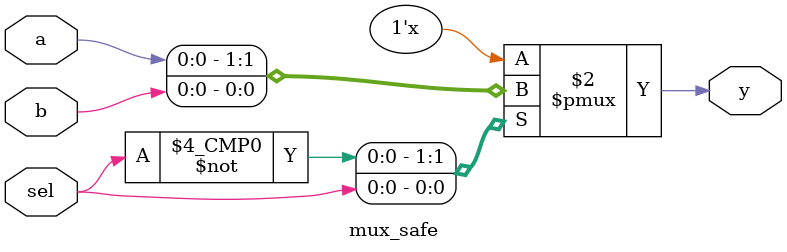
<source format=sv>
`timescale 1ns / 1ps


module mux_safe (
    input  logic a,
    input  logic b,
    input  logic sel,
    output logic y
);

    always_comb begin
        case (sel)
            1'b0: y = a;
            1'b1: y = b;
            default: y = 1'b0;
        endcase
    end

endmodule

</source>
